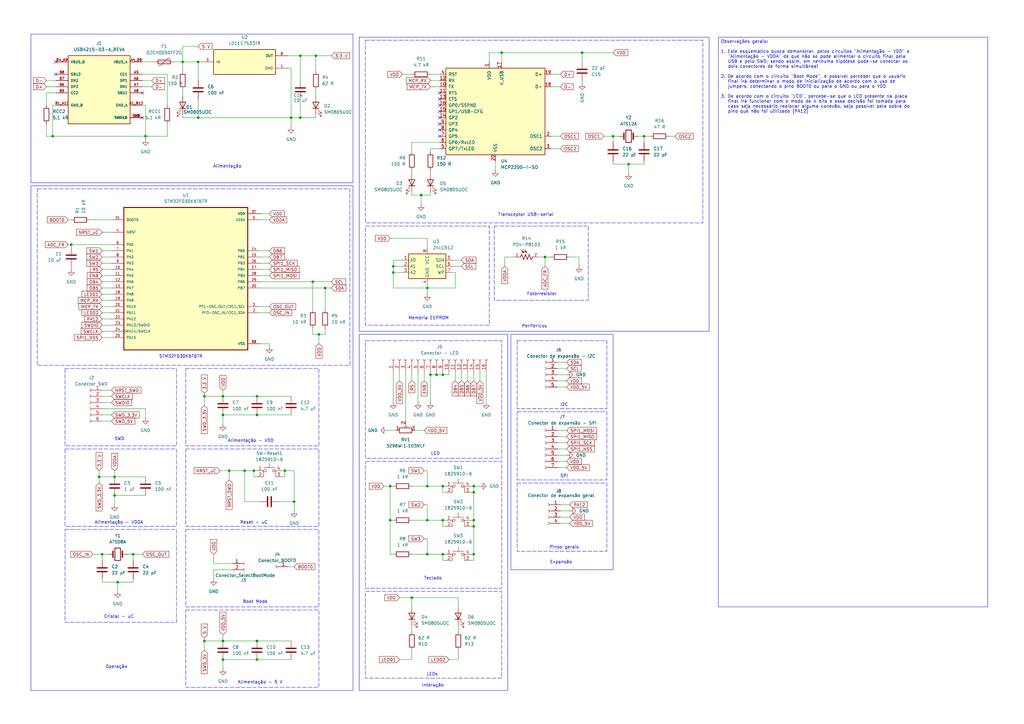
<source format=kicad_sch>
(kicad_sch (version 20241004) (generator "eeschema") (generator_version "8.99")
  (paper "A3")
  (rectangle (start 209.55 137.16) (end 251.46 233.68))
  (rectangle (start 149.86 242.57) (end 205.74 278.13) (stroke (width 0) (type dash)))
  (rectangle (start 26.67 151.13) (end 72.39 182.88) (stroke (width 0) (type dash)))
  (rectangle (start 149.86 92.71) (end 200.66 133.35) (stroke (width 0) (type dash)))
  (rectangle (start 12.7 13.97) (end 144.78 74.93))
  (rectangle (start 76.2 184.15) (end 130.81 215.9) (stroke (width 0) (type dash)))
  (rectangle (start 76.2 217.17) (end 130.81 248.92) (stroke (width 0) (type dash)))
  (rectangle (start 76.2 151.13) (end 130.81 182.88) (stroke (width 0) (type dash)))
  (rectangle (start 149.86 189.23) (end 205.74 241.3) (stroke (width 0) (type dash)))
  (rectangle (start 26.67 217.17) (end 72.39 255.27) (stroke (width 0) (type dash)))
  (rectangle (start 202.692 92.71) (end 241.3 123.19) (stroke (width 0) (type dash)))
  (rectangle (start 149.86 139.7) (end 205.74 187.96) (stroke (width 0) (type dash)))
  (rectangle (start 12.7 76.2) (end 144.78 283.21))
  (rectangle (start 212.09 168.91) (end 248.92 196.85) (stroke (width 0) (type dash)))
  (rectangle (start 149.86 16.51) (end 288.29 91.44) (stroke (width 0) (type dash)))
  (rectangle (start 212.09 139.7) (end 248.92 167.64) (stroke (width 0) (type dash)))
  (rectangle (start 26.67 184.15) (end 72.39 215.9) (stroke (width 0) (type dash)))
  (rectangle (start 212.09 198.12) (end 248.92 226.06) (stroke (width 0) (type dash)))
  (rectangle (start 76.2 250.19) (end 130.81 281.94) (stroke (width 0) (type dash)))
  (rectangle (start 147.32 137.16) (end 208.28 283.21))
  (rectangle (start 147.32 15.24) (end 290.83 135.89))
  (rectangle (start 15.24 77.47) (end 143.51 149.86) (stroke (width 0) (type dash)))
  (text "SPI" (at 231.394 195.326 0) (effects (font (size 1.27 1.27))))
  (text "Expansão" (at 230.124 230.632 0) (effects (font (size 1.27 1.27))))
  (text "Alimentação - VDDA" (at 48.768 214.376 0) (effects (font (size 1.27 1.27))))
  (text "Memória EEPROM" (at 175.768 130.556 0) (effects (font (size 1.27 1.27))))
  (text "Boot Mode" (at 104.648 246.888 0) (effects (font (size 1.27 1.27))))
  (text "Alimentação" (at 93.218 68.326 0) (effects (font (size 1.27 1.27))))
  (text "Operação" (at 47.752 273.558 0) (effects (font (size 1.27 1.27))))
  (text "Interação" (at 177.546 281.178 0) (effects (font (size 1.27 1.27))))
  (text "Pinos gerais" (at 231.394 224.536 0) (effects (font (size 1.27 1.27))))
  (text "Transceptor USB-serial" (at 215.646 88.138 0) (effects (font (size 1.27 1.27))))
  (text "Teclado" (at 177.546 237.236 0) (effects (font (size 1.27 1.27))))
  (text "STM32F030K6T6TR" (at 74.168 146.304 0) (effects (font (size 1.27 1.27))))
  (text "I2C" (at 231.394 166.116 0) (effects (font (size 1.27 1.27))))
  (text "Fotorresistor" (at 222.25 120.65 0) (effects (font (size 1.27 1.27))))
  (text "Cristal - uC" (at 48.768 252.984 0) (effects (font (size 1.27 1.27))))
  (text "Periféricos" (at 219.202 133.858 0) (effects (font (size 1.27 1.27))))
  (text "LEDs" (at 177.292 276.606 0) (effects (font (size 1.27 1.27))))
  (text "Reset - uC" (at 104.14 214.376 0) (effects (font (size 1.27 1.27))))
  (text "Alimentação - 5 V" (at 106.68 279.908 0) (effects (font (size 1.27 1.27))))
  (text "SWD" (at 49.022 180.086 0) (effects (font (size 1.27 1.27))))
  (text "LCD" (at 178.562 186.182 0) (effects (font (size 1.27 1.27))))
  (text "Alimentação - VDD" (at 102.87 180.848 0) (effects (font (size 1.27 1.27))))
  (text_box "Observações gerais:\n\n1. Este esquemático busca demonstrar, pelos circuitos \"Alimentação - VDD\" e\n   \"Alimentação - VDDA\" de que não se pode alimentar o circuito final pela \n   USB e pelo SWD, sendo assim, em nenhuma hipótese pode-se conectar os\n   dois conectores de forma simultânea!\n\n2. De acordo com o circuito \"Boot Mode\", é possível perceber que o usuário\n   final irá determinar o modo de inicialização de acordo com o uso de\n   jumpers, conectando o pino BOOT0 ou para o GND ou para o VDD\n\n3. De acordo com o circuito \"LCD\", percebe-se que o LCD presente na placa\n   final irá funcionar com o modo de 4 bits e essa decisão foi tomada para\n   caso seja necessário realocar alguma conexão, seja possível pela sobra do\n   pino que não foi utilizado (PA12)\n\n" (at 294.64 15.24 0) (size 110.49 233.68) (margins 0.9525 0.9525 0.9525 0.9525) (effects (font (size 1.27 1.27)) (justify left top)))
  (junction (at 91.44 162.56))
  (junction (at 100.33 193.04))
  (junction (at 160.02 199.39))
  (junction (at 105.41 262.89))
  (junction (at 91.44 270.51))
  (junction (at 251.46 55.88))
  (junction (at 161.29 109.22))
  (junction (at 46.99 195.58))
  (junction (at 175.26 118.11))
  (junction (at 54.61 227.33))
  (junction (at 172.72 80.01))
  (junction (at 123.19 48.26))
  (junction (at 194.31 199.39))
  (junction (at 130.81 137.16))
  (junction (at 181.61 153.67))
  (junction (at 74.93 25.4))
  (junction (at 194.31 227.33))
  (junction (at 116.84 193.04))
  (junction (at 194.31 215.9))
  (junction (at 81.28 25.4))
  (junction (at 48.26 238.76))
  (junction (at 264.16 55.88))
  (junction (at 205.74 21.59))
  (junction (at 105.41 162.56))
  (junction (at 160.02 213.36))
  (junction (at 175.26 199.39))
  (junction (at 161.29 111.76))
  (junction (at 176.53 153.67))
  (junction (at 105.41 170.18))
  (junction (at 59.69 55.88))
  (junction (at 83.82 162.56))
  (junction (at 181.61 227.33))
  (junction (at 91.44 170.18))
  (junction (at 194.31 213.36))
  (junction (at 105.41 270.51))
  (junction (at 104.14 193.04))
  (junction (at 93.98 193.04))
  (junction (at 120.65 205.74))
  (junction (at 129.54 22.86))
  (junction (at 181.61 199.39))
  (junction (at 119.38 48.26))
  (junction (at 46.99 203.2))
  (junction (at 175.26 227.33))
  (junction (at 223.52 105.41))
  (junction (at 168.91 245.11))
  (junction (at 29.21 100.33))
  (junction (at 175.26 213.36))
  (junction (at 194.31 201.93))
  (junction (at 238.76 21.59))
  (junction (at 133.35 118.11))
  (junction (at 91.44 262.89))
  (junction (at 179.07 153.67))
  (junction (at 181.61 213.36))
  (junction (at 123.19 22.86))
  (junction (at 81.28 48.26))
  (junction (at 83.82 262.89))
  (junction (at 257.81 67.31))
  (junction (at 21.59 55.88))
  (junction (at 40.64 195.58))
  (junction (at 128.27 115.57))
  (junction (at 41.91 227.33))
  (no_connect (at 180.34 45.72))
  (no_connect (at 180.34 38.1))
  (no_connect (at 58.42 38.1))
  (no_connect (at 180.34 50.8))
  (no_connect (at 58.42 48.26))
  (no_connect (at 180.34 43.18))
  (no_connect (at 180.34 48.26))
  (no_connect (at 180.34 40.64))
  (no_connect (at 22.86 30.48))
  (no_connect (at 180.34 53.34))
  (no_connect (at 180.34 55.88))
  (no_connect (at 22.86 25.4))
  (wire (pts (xy 59.69 43.18) (xy 58.42 43.18)))
  (wire (pts (xy 193.04 199.39) (xy 194.31 199.39)))
  (wire (pts (xy 19.05 33.02) (xy 22.86 33.02)))
  (wire (pts (xy 257.81 67.31) (xy 264.16 67.31)))
  (wire (pts (xy 161.29 106.68) (xy 161.29 109.22)))
  (wire (pts (xy 251.46 55.88) (xy 251.46 58.42)))
  (wire (pts (xy 203.2 66.04) (xy 203.2 69.85)))
  (wire (pts (xy 128.27 137.16) (xy 130.81 137.16)))
  (wire (pts (xy 91.44 170.18) (xy 105.41 170.18)))
  (wire (pts (xy 38.1 227.33) (xy 41.91 227.33)))
  (wire (pts (xy 184.15 270.51) (xy 187.96 270.51)))
  (wire (pts (xy 179.07 153.67) (xy 176.53 153.67)))
  (wire (pts (xy 105.41 262.89) (xy 119.38 262.89)))
  (wire (pts (xy 19.05 43.18) (xy 19.05 38.1)))
  (wire (pts (xy 187.96 248.92) (xy 187.96 245.11)))
  (wire (pts (xy 41.91 102.87) (xy 45.72 102.87)))
  (wire (pts (xy 29.21 100.33) (xy 29.21 101.6)))
  (wire (pts (xy 48.26 238.76) (xy 54.61 238.76)))
  (wire (pts (xy 41.91 107.95) (xy 45.72 107.95)))
  (wire (pts (xy 251.46 55.88) (xy 254 55.88)))
  (wire (pts (xy 264.16 67.31) (xy 264.16 66.04)))
  (wire (pts (xy 176.53 62.23) (xy 176.53 60.96)))
  (wire (pts (xy 22.86 43.18) (xy 21.59 43.18)))
  (wire (pts (xy 91.44 262.89) (xy 105.41 262.89)))
  (wire (pts (xy 251.46 66.04) (xy 251.46 67.31)))
  (wire (pts (xy 19.05 35.56) (xy 22.86 35.56)))
  (wire (pts (xy 274.32 55.88) (xy 276.86 55.88)))
  (wire (pts (xy 168.91 58.42) (xy 180.34 58.42)))
  (wire (pts (xy 176.53 165.1) (xy 176.53 153.67)))
  (wire (pts (xy 191.77 156.21) (xy 191.77 152.4)))
  (wire (pts (xy 181.61 153.67) (xy 179.07 153.67)))
  (wire (pts (xy 106.68 118.11) (xy 133.35 118.11)))
  (wire (pts (xy 133.35 134.62) (xy 133.35 137.16)))
  (wire (pts (xy 46.99 193.04) (xy 46.99 195.58)))
  (wire (pts (xy 229.87 30.48) (xy 226.06 30.48)))
  (wire (pts (xy 29.21 109.22) (xy 29.21 110.49)))
  (wire (pts (xy 181.61 213.36) (xy 182.88 213.36)))
  (wire (pts (xy 106.68 90.17) (xy 110.49 90.17)))
  (wire (pts (xy 194.31 213.36) (xy 194.31 215.9)))
  (wire (pts (xy 179.07 152.4) (xy 179.07 153.67)))
  (wire (pts (xy 110.49 142.24) (xy 110.49 140.97)))
  (wire (pts (xy 181.61 227.33) (xy 182.88 227.33)))
  (wire (pts (xy 176.53 33.02) (xy 180.34 33.02)))
  (wire (pts (xy 168.91 213.36) (xy 175.26 213.36)))
  (wire (pts (xy 93.98 193.04) (xy 93.98 196.85)))
  (wire (pts (xy 106.68 128.27) (xy 110.49 128.27)))
  (wire (pts (xy 187.96 266.7) (xy 187.96 270.51)))
  (wire (pts (xy 46.99 203.2) (xy 59.69 203.2)))
  (wire (pts (xy 182.88 215.9) (xy 181.61 215.9)))
  (wire (pts (xy 223.52 109.22) (xy 223.52 105.41)))
  (wire (pts (xy 74.93 36.83) (xy 74.93 39.37)))
  (wire (pts (xy 83.82 266.7) (xy 83.82 262.89)))
  (wire (pts (xy 115.57 193.04) (xy 116.84 193.04)))
  (wire (pts (xy 118.11 232.41) (xy 120.65 232.41)))
  (wire (pts (xy 210.82 105.41) (xy 207.01 105.41)))
  (wire (pts (xy 172.72 80.01) (xy 172.72 83.82)))
  (wire (pts (xy 194.31 201.93) (xy 194.31 213.36)))
  (wire (pts (xy 116.84 195.58) (xy 116.84 193.04)))
  (wire (pts (xy 232.41 148.59) (xy 228.6 148.59)))
  (wire (pts (xy 175.26 227.33) (xy 181.61 227.33)))
  (wire (pts (xy 119.38 48.26) (xy 119.38 52.07)))
  (wire (pts (xy 186.69 156.21) (xy 186.69 152.4)))
  (wire (pts (xy 161.29 213.36) (xy 160.02 213.36)))
  (wire (pts (xy 130.81 140.97) (xy 130.81 137.16)))
  (wire (pts (xy 165.1 109.22) (xy 161.29 109.22)))
  (wire (pts (xy 176.53 35.56) (xy 180.34 35.56)))
  (wire (pts (xy 264.16 55.88) (xy 264.16 58.42)))
  (wire (pts (xy 161.29 227.33) (xy 160.02 227.33)))
  (wire (pts (xy 129.54 36.83) (xy 129.54 39.37)))
  (wire (pts (xy 59.69 171.45) (xy 59.69 167.64)))
  (wire (pts (xy 129.54 22.86) (xy 135.89 22.86)))
  (wire (pts (xy 128.27 134.62) (xy 128.27 137.16)))
  (wire (pts (xy 110.49 105.41) (xy 106.68 105.41)))
  (wire (pts (xy 104.14 193.04) (xy 105.41 193.04)))
  (wire (pts (xy 129.54 22.86) (xy 129.54 29.21)))
  (wire (pts (xy 106.68 87.63) (xy 110.49 87.63)))
  (wire (pts (xy 81.28 40.64) (xy 81.28 48.26)))
  (wire (pts (xy 168.91 156.21) (xy 168.91 152.4)))
  (wire (pts (xy 233.68 105.41) (xy 237.49 105.41)))
  (wire (pts (xy 90.17 193.04) (xy 93.98 193.04)))
  (wire (pts (xy 114.3 205.74) (xy 120.65 205.74)))
  (wire (pts (xy 91.44 260.35) (xy 91.44 262.89)))
  (wire (pts (xy 123.19 40.64) (xy 123.19 48.26)))
  (wire (pts (xy 168.91 71.12) (xy 168.91 69.85)))
  (wire (pts (xy 81.28 48.26) (xy 119.38 48.26)))
  (wire (pts (xy 106.68 115.57) (xy 128.27 115.57)))
  (wire (pts (xy 229.87 60.96) (xy 226.06 60.96)))
  (wire (pts (xy 161.29 165.1) (xy 161.29 152.4)))
  (wire (pts (xy 68.58 30.48) (xy 68.58 43.18)))
  (wire (pts (xy 194.31 227.33) (xy 194.31 229.87)))
  (wire (pts (xy 21.59 55.88) (xy 59.69 55.88)))
  (wire (pts (xy 81.28 25.4) (xy 82.55 25.4)))
  (wire (pts (xy 41.91 95.25) (xy 45.72 95.25)))
  (wire (pts (xy 91.44 162.56) (xy 105.41 162.56)))
  (wire (pts (xy 181.61 152.4) (xy 181.61 153.67)))
  (wire (pts (xy 123.19 48.26) (xy 129.54 48.26)))
  (wire (pts (xy 189.23 109.22) (xy 185.42 109.22)))
  (wire (pts (xy 176.53 60.96) (xy 180.34 60.96)))
  (wire (pts (xy 54.61 227.33) (xy 54.61 229.87)))
  (wire (pts (xy 233.68 209.55) (xy 229.87 209.55)))
  (wire (pts (xy 168.91 245.11) (xy 168.91 248.92)))
  (wire (pts (xy 175.26 213.36) (xy 181.61 213.36)))
  (wire (pts (xy 173.99 193.04) (xy 175.26 193.04)))
  (wire (pts (xy 119.38 27.94) (xy 119.38 48.26)))
  (wire (pts (xy 175.26 116.84) (xy 175.26 118.11)))
  (wire (pts (xy 232.41 153.67) (xy 228.6 153.67)))
  (wire (pts (xy 232.41 151.13) (xy 228.6 151.13)))
  (wire (pts (xy 45.72 170.18) (xy 41.91 170.18)))
  (wire (pts (xy 205.74 21.59) (xy 238.76 21.59)))
  (wire (pts (xy 233.68 212.09) (xy 229.87 212.09)))
  (wire (pts (xy 233.68 214.63) (xy 229.87 214.63)))
  (wire (pts (xy 187.96 245.11) (xy 168.91 245.11)))
  (wire (pts (xy 119.38 48.26) (xy 123.19 48.26)))
  (wire (pts (xy 45.72 172.72) (xy 41.91 172.72)))
  (wire (pts (xy 45.72 165.1) (xy 41.91 165.1)))
  (wire (pts (xy 41.91 110.49) (xy 45.72 110.49)))
  (wire (pts (xy 110.49 113.03) (xy 106.68 113.03)))
  (wire (pts (xy 173.99 220.98) (xy 175.26 220.98)))
  (wire (pts (xy 100.33 193.04) (xy 104.14 193.04)))
  (wire (pts (xy 199.39 165.1) (xy 199.39 152.4)))
  (wire (pts (xy 175.26 193.04) (xy 175.26 199.39)))
  (wire (pts (xy 229.87 35.56) (xy 226.06 35.56)))
  (wire (pts (xy 166.37 152.4) (xy 166.37 172.72)))
  (wire (pts (xy 41.91 115.57) (xy 45.72 115.57)))
  (wire (pts (xy 175.26 118.11) (xy 175.26 120.65)))
  (wire (pts (xy 194.31 215.9) (xy 194.31 227.33)))
  (wire (pts (xy 182.88 229.87) (xy 181.61 229.87)))
  (wire (pts (xy 200.66 21.59) (xy 205.74 21.59)))
  (wire (pts (xy 200.66 25.4) (xy 200.66 21.59)))
  (wire (pts (xy 118.11 27.94) (xy 119.38 27.94)))
  (wire (pts (xy 74.93 25.4) (xy 74.93 29.21)))
  (wire (pts (xy 74.93 19.05) (xy 74.93 25.4)))
  (wire (pts (xy 71.12 25.4) (xy 74.93 25.4)))
  (wire (pts (xy 41.91 105.41) (xy 45.72 105.41)))
  (wire (pts (xy 19.05 55.88) (xy 21.59 55.88)))
  (wire (pts (xy 181.61 201.93) (xy 181.61 199.39)))
  (wire (pts (xy 58.42 30.48) (xy 68.58 30.48)))
  (wire (pts (xy 41.91 130.81) (xy 45.72 130.81)))
  (wire (pts (xy 106.68 125.73) (xy 110.49 125.73)))
  (wire (pts (xy 19.05 38.1) (xy 22.86 38.1)))
  (wire (pts (xy 87.63 237.49) (xy 87.63 233.68)))
  (wire (pts (xy 251.46 67.31) (xy 257.81 67.31)))
  (wire (pts (xy 161.29 118.11) (xy 175.26 118.11)))
  (wire (pts (xy 175.26 220.98) (xy 175.26 227.33)))
  (wire (pts (xy 163.83 245.11) (xy 168.91 245.11)))
  (wire (pts (xy 62.23 35.56) (xy 58.42 35.56)))
  (wire (pts (xy 165.1 111.76) (xy 161.29 111.76)))
  (wire (pts (xy 232.41 184.15) (xy 228.6 184.15)))
  (wire (pts (xy 110.49 110.49) (xy 106.68 110.49)))
  (wire (pts (xy 106.68 205.74) (xy 100.33 205.74)))
  (wire (pts (xy 168.91 266.7) (xy 168.91 270.51)))
  (wire (pts (xy 160.02 199.39) (xy 161.29 199.39)))
  (wire (pts (xy 116.84 193.04) (xy 120.65 193.04)))
  (wire (pts (xy 110.49 140.97) (xy 106.68 140.97)))
  (wire (pts (xy 160.02 97.79) (xy 175.26 97.79)))
  (wire (pts (xy 160.02 213.36) (xy 160.02 199.39)))
  (wire (pts (xy 161.29 111.76) (xy 161.29 118.11)))
  (wire (pts (xy 95.25 231.14) (xy 87.63 231.14)))
  (wire (pts (xy 83.82 162.56) (xy 91.44 162.56)))
  (wire (pts (xy 120.65 209.55) (xy 120.65 205.74)))
  (wire (pts (xy 186.69 111.76) (xy 186.69 118.11)))
  (wire (pts (xy 193.04 215.9) (xy 194.31 215.9)))
  (wire (pts (xy 175.26 101.6) (xy 175.26 97.79)))
  (wire (pts (xy 176.53 71.12) (xy 176.53 69.85)))
  (wire (pts (xy 110.49 102.87) (xy 106.68 102.87)))
  (wire (pts (xy 168.91 199.39) (xy 175.26 199.39)))
  (wire (pts (xy 91.44 173.99) (xy 91.44 170.18)))
  (wire (pts (xy 181.61 229.87) (xy 181.61 227.33)))
  (wire (pts (xy 41.91 227.33) (xy 41.91 229.87)))
  (wire (pts (xy 175.26 118.11) (xy 186.69 118.11)))
  (wire (pts (xy 52.07 227.33) (xy 54.61 227.33)))
  (wire (pts (xy 173.99 176.53) (xy 170.18 176.53)))
  (wire (pts (xy 45.72 160.02) (xy 41.91 160.02)))
  (wire (pts (xy 189.23 106.68) (xy 185.42 106.68)))
  (wire (pts (xy 238.76 34.29) (xy 238.76 33.02)))
  (wire (pts (xy 58.42 25.4) (xy 63.5 25.4)))
  (wire (pts (xy 158.75 176.53) (xy 162.56 176.53)))
  (wire (pts (xy 181.61 199.39) (xy 182.88 199.39)))
  (wire (pts (xy 100.33 205.74) (xy 100.33 193.04)))
  (wire (pts (xy 173.99 156.21) (xy 173.99 152.4)))
  (wire (pts (xy 223.52 105.41) (xy 220.98 105.41)))
  (wire (pts (xy 81.28 48.26) (xy 74.93 48.26)))
  (wire (pts (xy 229.87 55.88) (xy 226.06 55.88)))
  (wire (pts (xy 74.93 46.99) (xy 74.93 48.26)))
  (wire (pts (xy 105.41 162.56) (xy 119.38 162.56)))
  (wire (pts (xy 130.81 137.16) (xy 133.35 137.16)))
  (wire (pts (xy 181.61 215.9) (xy 181.61 213.36)))
  (wire (pts (xy 41.91 227.33) (xy 44.45 227.33)))
  (wire (pts (xy 83.82 166.37) (xy 83.82 162.56)))
  (wire (pts (xy 165.1 106.68) (xy 161.29 106.68)))
  (wire (pts (xy 247.65 55.88) (xy 251.46 55.88)))
  (wire (pts (xy 54.61 227.33) (xy 58.42 227.33)))
  (wire (pts (xy 163.83 270.51) (xy 168.91 270.51)))
  (wire (pts (xy 257.81 71.12) (xy 257.81 67.31)))
  (wire (pts (xy 41.91 118.11) (xy 45.72 118.11)))
  (wire (pts (xy 232.41 189.23) (xy 228.6 189.23)))
  (wire (pts (xy 105.41 270.51) (xy 119.38 270.51)))
  (wire (pts (xy 226.06 105.41) (xy 223.52 105.41)))
  (wire (pts (xy 232.41 156.21) (xy 228.6 156.21)))
  (wire (pts (xy 45.72 162.56) (xy 41.91 162.56)))
  (wire (pts (xy 171.45 165.1) (xy 171.45 152.4)))
  (wire (pts (xy 91.44 274.32) (xy 91.44 270.51)))
  (wire (pts (xy 45.72 100.33) (xy 29.21 100.33)))
  (wire (pts (xy 87.63 233.68) (xy 95.25 233.68)))
  (wire (pts (xy 41.91 138.43) (xy 45.72 138.43)))
  (wire (pts (xy 41.91 120.65) (xy 45.72 120.65)))
  (wire (pts (xy 81.28 19.05) (xy 74.93 19.05)))
  (wire (pts (xy 176.53 30.48) (xy 180.34 30.48)))
  (wire (pts (xy 62.23 33.02) (xy 58.42 33.02)))
  (wire (pts (xy 115.57 195.58) (xy 116.84 195.58)))
  (wire (pts (xy 184.15 152.4) (xy 184.15 153.67)))
  (wire (pts (xy 182.88 201.93) (xy 181.61 201.93)))
  (wire (pts (xy 232.41 186.69) (xy 228.6 186.69)))
  (wire (pts (xy 105.41 195.58) (xy 104.14 195.58)))
  (wire (pts (xy 27.94 100.33) (xy 29.21 100.33)))
  (wire (pts (xy 54.61 238.76) (xy 54.61 237.49)))
  (wire (pts (xy 128.27 115.57) (xy 135.89 115.57)))
  (wire (pts (xy 185.42 111.76) (xy 186.69 111.76)))
  (wire (pts (xy 21.59 43.18) (xy 21.59 55.88)))
  (wire (pts (xy 87.63 227.33) (xy 87.63 231.14)))
  (wire (pts (xy 110.49 107.95) (xy 106.68 107.95)))
  (wire (pts (xy 176.53 153.67) (xy 176.53 152.4)))
  (wire (pts (xy 238.76 25.4) (xy 238.76 21.59)))
  (wire (pts (xy 118.11 22.86) (xy 123.19 22.86)))
  (wire (pts (xy 129.54 46.99) (xy 129.54 48.26)))
  (wire (pts (xy 193.04 201.93) (xy 194.31 201.93)))
  (wire (pts (xy 194.31 156.21) (xy 194.31 152.4)))
  (wire (pts (xy 163.83 156.21) (xy 163.83 152.4)))
  (wire (pts (xy 83.82 162.56) (xy 83.82 161.29)))
  (wire (pts (xy 59.69 55.88) (xy 59.69 43.18)))
  (wire (pts (xy 207.01 105.41) (xy 207.01 109.22)))
  (wire (pts (xy 184.15 153.67) (xy 181.61 153.67)))
  (wire (pts (xy 104.14 195.58) (xy 104.14 193.04)))
  (wire (pts (xy 165.1 30.48) (xy 168.91 30.48)))
  (wire (pts (xy 133.35 127) (xy 133.35 118.11)))
  (wire (pts (xy 59.69 167.64) (xy 41.91 167.64)))
  (wire (pts (xy 233.68 207.01) (xy 229.87 207.01)))
  (wire (pts (xy 193.04 213.36) (xy 194.31 213.36)))
  (wire (pts (xy 168.91 62.23) (xy 168.91 58.42)))
  (wire (pts (xy 232.41 181.61) (xy 228.6 181.61)))
  (wire (pts (xy 59.69 57.15) (xy 59.69 55.88)))
  (wire (pts (xy 48.26 242.57) (xy 48.26 238.76)))
  (wire (pts (xy 41.91 128.27) (xy 45.72 128.27)))
  (wire (pts (xy 41.91 123.19) (xy 45.72 123.19)))
  (wire (pts (xy 168.91 80.01) (xy 172.72 80.01)))
  (wire (pts (xy 193.04 229.87) (xy 194.31 229.87)))
  (wire (pts (xy 46.99 195.58) (xy 59.69 195.58)))
  (wire (pts (xy 261.62 55.88) (xy 264.16 55.88)))
  (wire (pts (xy 160.02 227.33) (xy 160.02 213.36)))
  (wire (pts (xy 157.48 199.39) (xy 160.02 199.39)))
  (wire (pts (xy 194.31 201.93) (xy 194.31 199.39)))
  (wire (pts (xy 41.91 237.49) (xy 41.91 238.76)))
  (wire (pts (xy 91.44 160.02) (xy 91.44 162.56)))
  (wire (pts (xy 168.91 78.74) (xy 168.91 80.01)))
  (wire (pts (xy 91.44 270.51) (xy 105.41 270.51)))
  (wire (pts (xy 83.82 262.89) (xy 83.82 261.62)))
  (wire (pts (xy 40.64 195.58) (xy 46.99 195.58)))
  (wire (pts (xy 123.19 22.86) (xy 123.19 33.02)))
  (wire (pts (xy 93.98 193.04) (xy 100.33 193.04)))
  (wire (pts (xy 168.91 227.33) (xy 175.26 227.33)))
  (wire (pts (xy 232.41 179.07) (xy 228.6 179.07)))
  (wire (pts (xy 173.99 207.01) (xy 175.26 207.01)))
  (wire (pts (xy 36.83 90.17) (xy 45.72 90.17)))
  (wire (pts (xy 232.41 158.75) (xy 228.6 158.75)))
  (wire (pts (xy 232.41 191.77) (xy 228.6 191.77)))
  (wire (pts (xy 68.58 50.8) (xy 68.58 55.88)))
  (wire (pts (xy 193.04 227.33) (xy 194.31 227.33)))
  (wire (pts (xy 123.19 22.86) (xy 129.54 22.86)))
  (wire (pts (xy 175.26 207.01) (xy 175.26 213.36)))
  (wire (pts (xy 27.94 90.17) (xy 29.21 90.17)))
  (wire (pts (xy 238.76 21.59) (xy 251.46 21.59)))
  (wire (pts (xy 205.74 25.4) (xy 205.74 21.59)))
  (wire (pts (xy 40.64 195.58) (xy 40.64 193.04)))
  (wire (pts (xy 41.91 135.89) (xy 45.72 135.89)))
  (wire (pts (xy 237.49 105.41) (xy 237.49 109.22)))
  (wire (pts (xy 41.91 133.35) (xy 45.72 133.35)))
  (wire (pts (xy 120.65 205.74) (xy 120.65 193.04)))
  (wire (pts (xy 74.93 25.4) (xy 81.28 25.4)))
  (wire (pts (xy 194.31 199.39) (xy 196.85 199.39)))
  (wire (pts (xy 40.64 198.12) (xy 40.64 195.58)))
  (wire (pts (xy 264.16 55.88) (xy 266.7 55.88)))
  (wire (pts (xy 133.35 118.11) (xy 135.89 118.11)))
  (wire (pts (xy 41.91 238.76) (xy 48.26 238.76)))
  (wire (pts (xy 168.91 259.08) (xy 168.91 256.54)))
  (wire (pts (xy 46.99 207.01) (xy 46.99 203.2)))
  (wire (pts (xy 83.82 262.89) (xy 91.44 262.89)))
  (wire (pts (xy 189.23 156.21) (xy 189.23 152.4)))
  (wire (pts (xy 68.58 55.88) (xy 59.69 55.88)))
  (wire (pts (xy 161.29 109.22) (xy 161.29 111.76)))
  (wire (pts (xy 41.91 113.03) (xy 45.72 113.03)))
  (wire (pts (xy 232.41 176.53) (xy 228.6 176.53)))
  (wire (pts (xy 187.96 259.08) (xy 187.96 256.54)))
  (wire (pts (xy 41.91 125.73) (xy 45.72 125.73)))
  (wire (pts (xy 81.28 25.4) (xy 81.28 33.02)))
  (wire (pts (xy 196.85 156.21) (xy 196.85 152.4)))
  (wire (pts (xy 176.53 78.74) (xy 176.53 80.01)))
  (wire (pts (xy 172.72 80.01) (xy 176.53 80.01)))
  (wire (pts (xy 128.27 127) (xy 128.27 115.57)))
  (wire (pts (xy 105.41 170.18) (xy 119.38 170.18)))
  (wire (pts (xy 19.05 50.8) (xy 19.05 55.88)))
  (wire (pts (xy 175.26 199.39) (xy 181.61 199.39)))
  (global_label "SWD_3.3V" (shape input) (at 40.64 198.12 270) (property "Intersheetrefs" "${INTERSHEET_REFS}" (effects (hide yes))))
  (global_label "D-" (shape input) (at 62.23 35.56 0) (property "Intersheetrefs" "${INTERSHEET_REFS}" (effects (hide yes))))
  (global_label "MCP_RX" (shape input) (at 176.53 33.02 180) (property "Intersheetrefs" "${INTERSHEET_REFS}" (effects (hide yes))))
  (global_label "NRST_SWD" (shape input) (at 45.72 160.02 0) (property "Intersheetrefs" "${INTERSHEET_REFS}" (effects (hide yes))))
  (global_label "LED01" (shape input) (at 163.83 270.51 180) (property "Intersheetrefs" "${INTERSHEET_REFS}" (effects (hide yes))))
  (global_label "VDD" (shape input) (at 163.83 245.11 180) (property "Intersheetrefs" "${INTERSHEET_REFS}" (effects (hide yes))))
  (global_label "SW2" (shape input) (at 41.91 105.41 180) (property "Intersheetrefs" "${INTERSHEET_REFS}" (effects (hide yes))))
  (global_label "SWCLK" (shape input) (at 45.72 162.56 0) (property "Intersheetrefs" "${INTERSHEET_REFS}" (effects (hide yes))))
  (global_label "SDA" (shape input) (at 232.41 148.59 0) (property "Intersheetrefs" "${INTERSHEET_REFS}" (effects (hide yes))))
  (global_label "VDD_5V" (shape input) (at 232.41 158.75 0) (property "Intersheetrefs" "${INTERSHEET_REFS}" (effects (hide yes))))
  (global_label "VDD" (shape input) (at 251.46 21.59 0) (property "Intersheetrefs" "${INTERSHEET_REFS}" (effects (hide yes))))
  (global_label "OSC_IN" (shape input) (at 110.49 128.27 0) (property "Intersheetrefs" "${INTERSHEET_REFS}" (effects (hide yes))))
  (global_label "SW3" (shape input) (at 173.99 220.98 180) (property "Intersheetrefs" "${INTERSHEET_REFS}" (effects (hide yes))))
  (global_label "MCP_TX" (shape input) (at 41.91 125.73 180) (property "Intersheetrefs" "${INTERSHEET_REFS}" (effects (hide yes))))
  (global_label "3.3 V" (shape input) (at 83.82 161.29 90) (property "Intersheetrefs" "${INTERSHEET_REFS}" (effects (hide yes))))
  (global_label "SCL" (shape input) (at 135.89 115.57 0) (property "Intersheetrefs" "${INTERSHEET_REFS}" (effects (hide yes))))
  (global_label "VDD_5V" (shape input) (at 173.99 176.53 0) (property "Intersheetrefs" "${INTERSHEET_REFS}" (effects (hide yes))))
  (global_label "SW1" (shape input) (at 41.91 102.87 180) (property "Intersheetrefs" "${INTERSHEET_REFS}" (effects (hide yes))))
  (global_label "D+" (shape input) (at 229.87 30.48 0) (property "Intersheetrefs" "${INTERSHEET_REFS}" (effects (hide yes))))
  (global_label "SWD_5V" (shape input) (at 83.82 266.7 270) (property "Intersheetrefs" "${INTERSHEET_REFS}" (effects (hide yes))))
  (global_label "5 V" (shape input) (at 83.82 261.62 90) (property "Intersheetrefs" "${INTERSHEET_REFS}" (effects (hide yes))))
  (global_label "LED02" (shape input) (at 41.91 128.27 180) (property "Intersheetrefs" "${INTERSHEET_REFS}" (effects (hide yes))))
  (global_label "DB5" (shape input) (at 41.91 118.11 180) (property "Intersheetrefs" "${INTERSHEET_REFS}" (effects (hide yes))))
  (global_label "OSC_OUT" (shape input) (at 110.49 125.73 0) (property "Intersheetrefs" "${INTERSHEET_REFS}" (effects (hide yes))))
  (global_label "OSC1" (shape input) (at 247.65 55.88 180) (property "Intersheetrefs" "${INTERSHEET_REFS}" (effects (hide yes))))
  (global_label "SPI1_NSS" (shape input) (at 41.91 138.43 180) (property "Intersheetrefs" "${INTERSHEET_REFS}" (effects (hide yes))))
  (global_label "SWD_3.3V" (shape input) (at 45.72 170.18 0) (property "Intersheetrefs" "${INTERSHEET_REFS}" (effects (hide yes))))
  (global_label "ADC_FR" (shape input) (at 27.94 100.33 180) (property "Intersheetrefs" "${INTERSHEET_REFS}" (effects (hide yes))))
  (global_label "PA12" (shape input) (at 41.91 130.81 180) (property "Intersheetrefs" "${INTERSHEET_REFS}" (effects (hide yes))))
  (global_label "SW2" (shape input) (at 173.99 207.01 180) (property "Intersheetrefs" "${INTERSHEET_REFS}" (effects (hide yes))))
  (global_label "ADC_FR" (shape input) (at 223.52 109.22 270) (property "Intersheetrefs" "${INTERSHEET_REFS}" (effects (hide yes))))
  (global_label "VDD" (shape input) (at 110.49 87.63 0) (property "Intersheetrefs" "${INTERSHEET_REFS}" (effects (hide yes))))
  (global_label "SPI1_MISO" (shape input) (at 110.49 110.49 0) (property "Intersheetrefs" "${INTERSHEET_REFS}" (effects (hide yes))))
  (global_label "SPI1_MOSI" (shape input) (at 110.49 113.03 0) (property "Intersheetrefs" "${INTERSHEET_REFS}" (effects (hide yes))))
  (global_label "SW1" (shape input) (at 173.99 193.04 180) (property "Intersheetrefs" "${INTERSHEET_REFS}" (effects (hide yes))))
  (global_label "DB6" (shape input) (at 110.49 102.87 0) (property "Intersheetrefs" "${INTERSHEET_REFS}" (effects (hide yes))))
  (global_label "SDA" (shape input) (at 189.23 106.68 0) (property "Intersheetrefs" "${INTERSHEET_REFS}" (effects (hide yes))))
  (global_label "SW3" (shape input) (at 41.91 107.95 180) (property "Intersheetrefs" "${INTERSHEET_REFS}" (effects (hide yes))))
  (global_label "OSC2" (shape input) (at 229.87 60.96 0) (property "Intersheetrefs" "${INTERSHEET_REFS}" (effects (hide yes))))
  (global_label "VDD" (shape input) (at 157.48 199.39 180) (property "Intersheetrefs" "${INTERSHEET_REFS}" (effects (hide yes))))
  (global_label "LED01" (shape input) (at 41.91 120.65 180) (property "Intersheetrefs" "${INTERSHEET_REFS}" (effects (hide yes))))
  (global_label "VDD" (shape input) (at 232.41 189.23 0) (property "Intersheetrefs" "${INTERSHEET_REFS}" (effects (hide yes))))
  (global_label "SWD_5V" (shape input) (at 45.72 172.72 0) (property "Intersheetrefs" "${INTERSHEET_REFS}" (effects (hide yes))))
  (global_label "VDDA" (shape input) (at 46.99 193.04 90) (property "Intersheetrefs" "${INTERSHEET_REFS}" (effects (hide yes))))
  (global_label "OSC2" (shape input) (at 276.86 55.88 0) (property "Intersheetrefs" "${INTERSHEET_REFS}" (effects (hide yes))))
  (global_label "5 V" (shape input) (at 81.28 19.05 0) (property "Intersheetrefs" "${INTERSHEET_REFS}" (effects (hide yes))))
  (global_label "VDD" (shape input) (at 130.81 140.97 270) (property "Intersheetrefs" "${INTERSHEET_REFS}" (effects (hide yes))))
  (global_label "VDD_5V" (shape input) (at 196.85 156.21 270) (property "Intersheetrefs" "${INTERSHEET_REFS}" (effects (hide yes))))
  (global_label "VDD_5V" (shape input) (at 91.44 260.35 90) (property "Intersheetrefs" "${INTERSHEET_REFS}" (effects (hide yes))))
  (global_label "SDA" (shape input) (at 135.89 118.11 0) (property "Intersheetrefs" "${INTERSHEET_REFS}" (effects (hide yes))))
  (global_label "NRST_uC" (shape input) (at 90.17 193.04 180) (property "Intersheetrefs" "${INTERSHEET_REFS}" (effects (hide yes))))
  (global_label "DB4" (shape input) (at 41.91 115.57 180) (property "Intersheetrefs" "${INTERSHEET_REFS}" (effects (hide yes))))
  (global_label "D+" (shape input) (at 62.23 33.02 0) (property "Intersheetrefs" "${INTERSHEET_REFS}" (effects (hide yes))))
  (global_label "DB5" (shape input) (at 189.23 156.21 270) (property "Intersheetrefs" "${INTERSHEET_REFS}" (effects (hide yes))))
  (global_label "SPI1_MOSI" (shape input) (at 232.41 176.53 0) (property "Intersheetrefs" "${INTERSHEET_REFS}" (effects (hide yes))))
  (global_label "VDD" (shape input) (at 91.44 160.02 90) (property "Intersheetrefs" "${INTERSHEET_REFS}" (effects (hide yes))))
  (global_label "VDD" (shape input) (at 160.02 97.79 180) (property "Intersheetrefs" "${INTERSHEET_REFS}" (effects (hide yes))))
  (global_label "VDD_5V" (shape input) (at 233.68 214.63 0) (property "Intersheetrefs" "${INTERSHEET_REFS}" (effects (hide yes))))
  (global_label "SPI1_SCK" (shape input) (at 110.49 107.95 0) (property "Intersheetrefs" "${INTERSHEET_REFS}" (effects (hide yes))))
  (global_label "VDD_5V" (shape input) (at 232.41 191.77 0) (property "Intersheetrefs" "${INTERSHEET_REFS}" (effects (hide yes))))
  (global_label "SWDIO" (shape input) (at 45.72 165.1 0) (property "Intersheetrefs" "${INTERSHEET_REFS}" (effects (hide yes))))
  (global_label "D-" (shape input) (at 229.87 35.56 0) (property "Intersheetrefs" "${INTERSHEET_REFS}" (effects (hide yes))))
  (global_label "SWD_3.3V" (shape input) (at 83.82 166.37 270) (property "Intersheetrefs" "${INTERSHEET_REFS}" (effects (hide yes))))
  (global_label "SCL" (shape input) (at 189.23 109.22 0) (property "Intersheetrefs" "${INTERSHEET_REFS}" (effects (hide yes))))
  (global_label "VDD" (shape input) (at 232.41 156.21 0) (property "Intersheetrefs" "${INTERSHEET_REFS}" (effects (hide yes))))
  (global_label "VDD" (shape input) (at 87.63 227.33 90) (property "Intersheetrefs" "${INTERSHEET_REFS}" (effects (hide yes))))
  (global_label "VDDA" (shape input) (at 207.01 109.22 270) (property "Intersheetrefs" "${INTERSHEET_REFS}" (effects (hide yes))))
  (global_label "3.3 V" (shape input) (at 40.64 193.04 90) (property "Intersheetrefs" "${INTERSHEET_REFS}" (effects (hide yes))))
  (global_label "BOOT0" (shape input) (at 120.65 232.41 0) (property "Intersheetrefs" "${INTERSHEET_REFS}" (effects (hide yes))))
  (global_label "DB7" (shape input) (at 194.31 156.21 270) (property "Intersheetrefs" "${INTERSHEET_REFS}" (effects (hide yes))))
  (global_label "D+" (shape input) (at 19.05 35.56 180) (property "Intersheetrefs" "${INTERSHEET_REFS}" (effects (hide yes))))
  (global_label "DB6" (shape input) (at 191.77 156.21 270) (property "Intersheetrefs" "${INTERSHEET_REFS}" (effects (hide yes))))
  (global_label "RS" (shape input) (at 168.91 156.21 270) (property "Intersheetrefs" "${INTERSHEET_REFS}" (effects (hide yes))))
  (global_label "SPI1_NSS" (shape input) (at 232.41 184.15 0) (property "Intersheetrefs" "${INTERSHEET_REFS}" (effects (hide yes))))
  (global_label "RS" (shape input) (at 41.91 110.49 180) (property "Intersheetrefs" "${INTERSHEET_REFS}" (effects (hide yes))))
  (global_label "ENB" (shape input) (at 41.91 113.03 180) (property "Intersheetrefs" "${INTERSHEET_REFS}" (effects (hide yes))))
  (global_label "OSC_IN" (shape input) (at 38.1 227.33 180) (property "Intersheetrefs" "${INTERSHEET_REFS}" (effects (hide yes))))
  (global_label "MCP_TX" (shape input) (at 176.53 35.56 180) (property "Intersheetrefs" "${INTERSHEET_REFS}" (effects (hide yes))))
  (global_label "SPI1_MISO" (shape input) (at 232.41 179.07 0) (property "Intersheetrefs" "${INTERSHEET_REFS}" (effects (hide yes))))
  (global_label "OSC1" (shape input) (at 229.87 55.88 0) (property "Intersheetrefs" "${INTERSHEET_REFS}" (effects (hide yes))))
  (global_label "ENB" (shape input) (at 173.99 156.21 270) (property "Intersheetrefs" "${INTERSHEET_REFS}" (effects (hide yes))))
  (global_label "DB4" (shape input) (at 186.69 156.21 270) (property "Intersheetrefs" "${INTERSHEET_REFS}" (effects (hide yes))))
  (global_label "SCL" (shape input) (at 232.41 151.13 0) (property "Intersheetrefs" "${INTERSHEET_REFS}" (effects (hide yes))))
  (global_label "D-" (shape input) (at 19.05 33.02 180) (property "Intersheetrefs" "${INTERSHEET_REFS}" (effects (hide yes))))
  (global_label "NRST_SWD" (shape input) (at 93.98 196.85 270) (property "Intersheetrefs" "${INTERSHEET_REFS}" (effects (hide yes))))
  (global_label "MCP_RX" (shape input) (at 41.91 123.19 180) (property "Intersheetrefs" "${INTERSHEET_REFS}" (effects (hide yes))))
  (global_label "3.3 V" (shape input) (at 135.89 22.86 0) (property "Intersheetrefs" "${INTERSHEET_REFS}" (effects (hide yes))))
  (global_label "DB7" (shape input) (at 110.49 105.41 0) (property "Intersheetrefs" "${INTERSHEET_REFS}" (effects (hide yes))))
  (global_label "SWCLK" (shape input) (at 41.91 135.89 180) (property "Intersheetrefs" "${INTERSHEET_REFS}" (effects (hide yes))))
  (global_label "VDD" (shape input) (at 165.1 30.48 180) (property "Intersheetrefs" "${INTERSHEET_REFS}" (effects (hide yes))))
  (global_label "BOOT0" (shape input) (at 27.94 90.17 180) (property "Intersheetrefs" "${INTERSHEET_REFS}" (effects (hide yes))))
  (global_label "OSC_OUT" (shape input) (at 58.42 227.33 0) (property "Intersheetrefs" "${INTERSHEET_REFS}" (effects (hide yes))))
  (global_label "VDD" (shape input) (at 233.68 212.09 0) (property "Intersheetrefs" "${INTERSHEET_REFS}" (effects (hide yes))))
  (global_label "NRST_uC" (shape input) (at 41.91 95.25 180) (property "Intersheetrefs" "${INTERSHEET_REFS}" (effects (hide yes))))
  (global_label "VDDA" (shape input) (at 110.49 90.17 0) (property "Intersheetrefs" "${INTERSHEET_REFS}" (effects (hide yes))))
  (global_label "PA12" (shape input) (at 233.68 207.01 0) (property "Intersheetrefs" "${INTERSHEET_REFS}" (effects (hide yes))))
  (global_label "SPI1_SCK" (shape input) (at 232.41 181.61 0) (property "Intersheetrefs" "${INTERSHEET_REFS}" (effects (hide yes))))
  (global_label "LED02" (shape input) (at 184.15 270.51 180) (property "Intersheetrefs" "${INTERSHEET_REFS}" (effects (hide yes))))
  (global_label "VDD_5V" (shape input) (at 163.83 156.21 270) (property "Intersheetrefs" "${INTERSHEET_REFS}" (effects (hide yes))))
  (global_label "SWDIO" (shape input) (at 41.91 133.35 180) (property "Intersheetrefs" "${INTERSHEET_REFS}" (effects (hide yes))))
  (symbol (lib_id "Connector:Conn_01x07_Socket") (at 223.52 184.15 0) (mirror y) (unit 1)
    (property "Reference" "J7" (at 230.632 170.942 0))
    (property "Value" "Conector de expansão - SPI" (at 230.632 173.482 0))
    (property "Footprint" "Connector_PinSocket_2.54mm:PinSocket_1x07_P2.54mm_Vertical" (effects (hide yes)))
    (property "Description" "Generic connector, single row, 01x07, script generated" (effects (hide yes)))
  )
  (symbol (lib_id "Device:C") (at 46.99 199.39 0) (unit 1)
    (property "Reference" "C3" (at 50.8 198.1199 0) (effects (justify left)))
    (property "Value" "1 uF" (at 50.8 200.6599 0) (effects (justify left)))
    (property "Footprint" "Capacitor_SMD:C_0805_2012Metric" (effects (hide yes)))
    (property "Description" "Unpolarized capacitor" (effects (hide yes)))
  )
  (symbol (lib_id "STM32F030K6T6TR:STM32F030K6T6TR") (at 76.2 113.03 0) (unit 1)
    (property "Reference" "U1" (at 76.2 80.01 0))
    (property "Value" "STM32F030K6T6TR" (at 76.2 82.55 0))
    (property "Footprint" "STM32F030K6T6TR:QFP80P900X900X160-32N" (effects (hide yes)))
    (property "MF" "STMicroelectronics" (effects (hide yes)))
    (property "DESCRIPTION" "MCU 32-Bit STM32F ARM Cortex M0 RISC 32KB Flash 2.5V/3.3V 32-Pin LQFP Tray" (effects (hide yes)))
    (property "PACKAGE" "LQFP-32 STMicroelectronics" (effects (hide yes)))
    (property "PRICE" "1.09 USD" (effects (hide yes)))
    (property "Package" "LQFP-32 STMicroelectronics" (effects (hide yes)))
    (property "Check_prices" "https://www.snapeda.com/parts/STM32F030K6T6TR/STMicroelectronics/view-part/?ref=eda" (effects (hide yes)))
    (property "STANDARD" "IPC-7351B" (effects (hide yes)))
    (property "PARTREV" "3" (effects (hide yes)))
    (property "SnapEDA_Link" "https://www.snapeda.com/parts/STM32F030K6T6TR/STMicroelectronics/view-part/?ref=snap" (effects (hide yes)))
    (property "MP" "STM32F030K6T6TR" (effects (hide yes)))
    (property "Price" "None" (effects (hide yes)))
    (property "Availability" "In Stock" (effects (hide yes)))
    (property "AVAILABILITY" "Good" (effects (hide yes)))
    (property "Description_1" "ARM® Cortex®-M0 STM32F0 Microcontroller IC 32-Bit Single-Core 48MHz 32KB (32K x 8) FLASH 32-LQFP (7x7)" (effects (hide yes)))
  )
  (symbol (lib_id "Device:R") (at 68.58 46.99 0) (mirror y) (unit 1)
    (property "Reference" "RCC1" (at 66.04 45.7199 0) (effects (justify left)))
    (property "Value" "5.1 kR" (at 66.04 48.2599 0) (effects (justify left)))
    (property "Footprint" "Resistor_SMD:R_0805_2012Metric" (effects (hide yes)))
    (property "Description" "Resistor" (effects (hide yes)))
  )
  (symbol (lib_id "Device:LED") (at 129.54 43.18 90) (unit 1)
    (property "Reference" "D2" (at 132.842 43.434 90) (effects (justify right)))
    (property "Value" "SM0805UOC" (at 132.842 45.974 90) (effects (justify right)))
    (property "Footprint" "SM0805UOC:SM0805UOC" (effects (hide yes)))
    (property "Description" "Light emitting diode" (effects (hide yes)))
  )
  (symbol (lib_id "Device:C") (at 264.16 62.23 0) (unit 1)
    (property "Reference" "C17" (at 267.97 60.9599 0) (effects (justify left)))
    (property "Value" "22 pF" (at 267.97 63.4999 0) (effects (justify left)))
    (property "Footprint" "Capacitor_SMD:C_0805_2012Metric" (effects (hide yes)))
    (property "Description" "Unpolarized capacitor" (effects (hide yes)))
  )
  (symbol (lib_id "USB4215-03-A_REVA:USB4215-03-A_REVA") (at 40.64 35.56 0) (mirror y) (unit 1)
    (property "Reference" "J1" (at 40.64 17.78 0))
    (property "Value" "USB4215-03-A_REVA" (at 40.64 20.32 0))
    (property "Footprint" "USB4215-03-A_REVA:GCT_USB4215-03-A_REVA" (effects (hide yes)))
    (property "DigiKey_Part_Number" "2073-USB4215-03-ATR-ND" (effects (hide yes)))
    (property "SnapEDA_Link" "https://www.snapeda.com/parts/USB4215-03-A/Global+Connector+Technology/view-part/?ref=snap" (effects (hide yes)))
    (property "MAXIMUM_PACKAGE_HEIGHT" "3.16mm" (effects (hide yes)))
    (property "Package" "None" (effects (hide yes)))
    (property "Check_prices" "https://www.snapeda.com/parts/USB4215-03-A/Global+Connector+Technology/view-part/?ref=eda" (effects (hide yes)))
    (property "STANDARD" "Manufacturer Recommendations" (effects (hide yes)))
    (property "PARTREV" "A" (effects (hide yes)))
    (property "MF" "Global Connector Technology" (effects (hide yes)))
    (property "MP" "USB4215-03-A" (effects (hide yes)))
    (property "Description_1" "USB-C (USB TYPE-C) USB 2.0 Receptacle Connector 24 (16+8 Dummy) Position Surface Mount, Right Angle; Through Hole" (effects (hide yes)))
    (property "MANUFACTURER" "Global Connector Technology" (effects (hide yes)))
    (property "SNAPEDA_PN" "USB4215-03-A" (effects (hide yes)))
  )
  (symbol (lib_id "Device:C") (at 105.41 266.7 0) (unit 1)
    (property "Reference" "C10" (at 109.22 265.4299 0) (effects (justify left)))
    (property "Value" "100 nF" (at 109.22 267.9699 0) (effects (justify left)))
    (property "Footprint" "Capacitor_SMD:C_0805_2012Metric" (effects (hide yes)))
    (property "Description" "Unpolarized capacitor" (effects (hide yes)))
  )
  (symbol (lib_id "Device:C") (at 238.76 29.21 0) (mirror x) (unit 1)
    (property "Reference" "C15" (at 242.57 30.4801 0) (effects (justify left)))
    (property "Value" "22 pF" (at 242.57 27.9401 0) (effects (justify left)))
    (property "Footprint" "Capacitor_SMD:C_0805_2012Metric" (effects (hide yes)))
    (property "Description" "Unpolarized capacitor" (effects (hide yes)))
  )
  (symbol (lib_id "Device:C") (at 110.49 205.74 90) (unit 1)
    (property "Reference" "C11" (at 110.49 198.12 90))
    (property "Value" "100 nF" (at 110.49 200.66 90))
    (property "Footprint" "Capacitor_SMD:C_0805_2012Metric" (effects (hide yes)))
    (property "Description" "Unpolarized capacitor" (effects (hide yes)))
  )
  (symbol (lib_id "power:GND") (at 119.38 52.07 0) (unit 1)
    (property "Reference" "#PWR010" (effects (hide yes)))
    (property "Value" "GND" (at 119.38 57.15 0))
    (property "Description" "Power symbol creates a global label with name \"GND\" , ground" (effects (hide yes)))
  )
  (symbol (lib_id "Connector:Conn_01x01_Socket") (at 113.03 232.41 180) (unit 1)
    (property "Reference" "J4" (at 113.665 227.33 0))
    (property "Value" "Conector_BOOT0" (at 113.665 229.87 0))
    (property "Footprint" "Connector_PinSocket_2.54mm:PinSocket_1x01_P2.54mm_Vertical" (effects (hide yes)))
    (property "Description" "Generic connector, single row, 01x01, script generated" (effects (hide yes)))
  )
  (symbol (lib_id "Device:R") (at 74.93 33.02 0) (mirror y) (unit 1)
    (property "Reference" "R2" (at 73.152 31.75 0) (effects (justify left)))
    (property "Value" "150 R" (at 74.93 34.29 0) (effects (justify left)))
    (property "Footprint" "Resistor_SMD:R_0805_2012Metric" (effects (hide yes)))
    (property "Description" "Resistor" (effects (hide yes)))
  )
  (symbol (lib_id "power:GND") (at 161.29 165.1 0) (unit 1)
    (property "Reference" "#PWR013" (effects (hide yes)))
    (property "Value" "GND" (at 161.29 170.18 0))
    (property "Description" "Power symbol creates a global label with name \"GND\" , ground" (effects (hide yes)))
  )
  (symbol (lib_id "Device:Crystal") (at 257.81 55.88 0) (unit 1)
    (property "Reference" "Y2" (at 257.81 48.26 0))
    (property "Value" "ATS12A" (at 257.81 50.8 0))
    (property "Footprint" "ATS12A:ATS12A" (effects (hide yes)))
    (property "Description" "Two pin crystal" (effects (hide yes)))
  )
  (symbol (lib_id "Device:C") (at 119.38 266.7 0) (unit 1)
    (property "Reference" "C13" (at 123.19 265.4299 0) (effects (justify left)))
    (property "Value" "4.7 uF" (at 123.19 267.9699 0) (effects (justify left)))
    (property "Footprint" "Capacitor_SMD:C_0805_2012Metric" (effects (hide yes)))
    (property "Description" "Unpolarized capacitor" (effects (hide yes)))
  )
  (symbol (lib_id "Device:R") (at 172.72 30.48 90) (unit 1)
    (property "Reference" "R11" (at 172.72 24.13 90))
    (property "Value" "4.7 kR" (at 172.72 26.67 90))
    (property "Footprint" "Resistor_SMD:R_0805_2012Metric" (effects (hide yes)))
    (property "Description" "Resistor" (effects (hide yes)))
  )
  (symbol (lib_id "Device:C") (at 91.44 266.7 0) (unit 1)
    (property "Reference" "C8" (at 95.25 265.4299 0) (effects (justify left)))
    (property "Value" "100 nF" (at 95.25 267.9699 0) (effects (justify left)))
    (property "Footprint" "Capacitor_SMD:C_0805_2012Metric" (effects (hide yes)))
    (property "Description" "Unpolarized capacitor" (effects (hide yes)))
  )
  (symbol (lib_id "power:GND") (at 199.39 165.1 0) (unit 1)
    (property "Reference" "#PWR019" (effects (hide yes)))
    (property "Value" "GND" (at 199.39 170.18 0))
    (property "Description" "Power symbol creates a global label with name \"GND\" , ground" (effects (hide yes)))
  )
  (symbol (lib_id "Device:Polyfuse") (at 67.31 25.4 90) (unit 1)
    (property "Reference" "F1" (at 67.31 19.05 90))
    (property "Value" "0ZCH0050FF2G" (at 67.31 21.59 90))
    (property "Footprint" "0ZCH0050FF2G:RESC3225X75N" (effects (hide yes)))
    (property "Description" "Resettable fuse, polymeric positive temperature coefficient" (effects (hide yes)))
  )
  (symbol (lib_id "Device:R_Potentiometer_Trim") (at 166.37 176.53 90) (unit 1)
    (property "Reference" "RV1" (at 166.37 180.34 90))
    (property "Value" "3296W–1–103RLF" (at 166.37 182.88 90))
    (property "Footprint" "3296W-1-103RLF:TRIM_3296W-1-103RLF" (effects (hide yes)))
    (property "Description" "Trim-potentiometer" (effects (hide yes)))
  )
  (symbol (lib_id "Device:C") (at 105.41 166.37 0) (unit 1)
    (property "Reference" "C9" (at 109.22 165.0999 0) (effects (justify left)))
    (property "Value" "100 nF" (at 109.22 167.6399 0) (effects (justify left)))
    (property "Footprint" "Capacitor_SMD:C_0805_2012Metric" (effects (hide yes)))
    (property "Description" "Unpolarized capacitor" (effects (hide yes)))
  )
  (symbol (lib_id "Device:R") (at 187.96 262.89 0) (mirror x) (unit 1)
    (property "Reference" "R13" (at 190.5 264.1601 0) (effects (justify left)))
    (property "Value" "62 R" (at 190.5 261.6201 0) (effects (justify left)))
    (property "Footprint" "Resistor_SMD:R_0805_2012Metric" (effects (hide yes)))
    (property "Description" "Resistor" (effects (hide yes)))
  )
  (symbol (lib_id "power:GND") (at 48.26 242.57 0) (unit 1)
    (property "Reference" "#PWR03" (effects (hide yes)))
    (property "Value" "GND" (at 48.26 247.65 0))
    (property "Description" "Power symbol creates a global label with name \"GND\" , ground" (effects (hide yes)))
  )
  (symbol (lib_id "Device:R") (at 168.91 66.04 0) (mirror y) (unit 1)
    (property "Reference" "R9" (at 166.37 64.7699 0) (effects (justify left)))
    (property "Value" "150 R" (at 166.37 67.3099 0) (effects (justify left)))
    (property "Footprint" "Resistor_SMD:R_0805_2012Metric" (effects (hide yes)))
    (property "Description" "Resistor" (effects (hide yes)))
  )
  (symbol (lib_id "Device:C") (at 81.28 36.83 0) (unit 1)
    (property "Reference" "C6" (at 85.09 35.5599 0) (effects (justify left)))
    (property "Value" "100 nF" (at 85.09 38.0999 0) (effects (justify left)))
    (property "Footprint" "Capacitor_SMD:C_0805_2012Metric" (effects (hide yes)))
    (property "Description" "Unpolarized capacitor" (effects (hide yes)))
  )
  (symbol (lib_id "power:GND") (at 120.65 209.55 0) (unit 1)
    (property "Reference" "#PWR011" (effects (hide yes)))
    (property "Value" "GND" (at 120.65 214.63 0))
    (property "Description" "Power symbol creates a global label with name \"GND\" , ground" (effects (hide yes)))
  )
  (symbol (lib_id "power:GND") (at 233.68 209.55 90) (unit 1)
    (property "Reference" "#PWR023" (effects (hide yes)))
    (property "Value" "GND" (at 237.49 209.5499 90) (effects (justify right)))
    (property "Description" "Power symbol creates a global label with name \"GND\" , ground" (effects (hide yes)))
  )
  (symbol (lib_id "LD1117S33TR:LD1117S33TR") (at 100.33 25.4 0) (unit 1)
    (property "Reference" "U2" (at 100.33 15.24 0))
    (property "Value" "LD1117S33TR" (at 100.33 17.78 0))
    (property "Footprint" "LD1117S33TR:SOT230P700X180-4N" (effects (hide yes)))
    (property "MF" "STMicroelectronics" (effects (hide yes)))
    (property "Description_1" "Linear Voltage Regulator IC Positive Fixed 1 Output  800mA SOT-223" (effects (hide yes)))
    (property "Package" "TO-261-4 STMicroelectronics" (effects (hide yes)))
    (property "Price" "None" (effects (hide yes)))
    (property "Check_prices" "https://www.snapeda.com/parts/LD1117S33TR/STMicroelectronics/view-part/?ref=eda" (effects (hide yes)))
    (property "SnapEDA_Link" "https://www.snapeda.com/parts/LD1117S33TR/STMicroelectronics/view-part/?ref=snap" (effects (hide yes)))
    (property "MP" "LD1117S33TR" (effects (hide yes)))
    (property "Availability" "In Stock" (effects (hide yes)))
    (property "MANUFACTURER" "ST Microelectronics" (effects (hide yes)))
  )
  (symbol (lib_id "power:GND") (at 59.69 57.15 0) (unit 1)
    (property "Reference" "#PWR04" (effects (hide yes)))
    (property "Value" "GND" (at 59.69 62.23 0))
    (property "Description" "Power symbol creates a global label with name \"GND\" , ground" (effects (hide yes)))
  )
  (symbol (lib_id "power:GND") (at 59.69 171.45 0) (unit 1)
    (property "Reference" "#PWR05" (effects (hide yes)))
    (property "Value" "GND" (at 59.69 176.53 0))
    (property "Description" "Power symbol creates a global label with name \"GND\" , ground" (effects (hide yes)))
  )
  (symbol (lib_id "power:GND") (at 257.81 71.12 0) (unit 1)
    (property "Reference" "#PWR026" (effects (hide yes)))
    (property "Value" "GND" (at 257.81 76.2 0))
    (property "Description" "Power symbol creates a global label with name \"GND\" , ground" (effects (hide yes)))
  )
  (symbol (lib_id "Interface_USB:MCP2200-I-SO") (at 203.2 45.72 0) (unit 1)
    (property "Reference" "U4" (at 205.3941 66.04 0) (effects (justify left)))
    (property "Value" "MCP2200-I-SO" (at 205.3941 68.58 0) (effects (justify left)))
    (property "Footprint" "MCP2200-I_SO:SOIC20" (effects (hide yes)))
    (property "Datasheet" "http://ww1.microchip.com/downloads/en/DeviceDoc/200022228D.pdf" (effects (hide yes)))
    (property "Description" "USB 2.0 to UART Protocol Converter with GPIO, SOIC-20" (effects (hide yes)))
  )
  (symbol (lib_id "Connector:Conn_01x04_Socket") (at 224.79 209.55 0) (mirror y) (unit 1)
    (property "Reference" "J8" (at 229.108 201.422 0))
    (property "Value" "Conector de expansão geral" (at 230.124 203.2 0))
    (property "Footprint" "Connector_PinSocket_2.54mm:PinSocket_1x04_P2.54mm_Vertical" (effects (hide yes)))
    (property "Description" "Generic connector, single row, 01x04, script generated" (effects (hide yes)))
  )
  (symbol (lib_id "Device:C") (at 251.46 62.23 0) (unit 1)
    (property "Reference" "C16" (at 255.27 60.9599 0) (effects (justify left)))
    (property "Value" "22 pF" (at 255.27 63.4999 0) (effects (justify left)))
    (property "Footprint" "Capacitor_SMD:C_0805_2012Metric" (effects (hide yes)))
    (property "Description" "Unpolarized capacitor" (effects (hide yes)))
  )
  (symbol (lib_id "power:GND") (at 232.41 186.69 90) (unit 1)
    (property "Reference" "#PWR022" (effects (hide yes)))
    (property "Value" "GND" (at 236.22 186.6899 90) (effects (justify right)))
    (property "Description" "Power symbol creates a global label with name \"GND\" , ground" (effects (hide yes)))
  )
  (symbol (lib_id "Device:C") (at 54.61 233.68 0) (unit 1)
    (property "Reference" "C4" (at 58.42 232.4099 0) (effects (justify left)))
    (property "Value" "22 pF" (at 58.42 234.9499 0) (effects (justify left)))
    (property "Footprint" "Capacitor_SMD:C_0805_2012Metric" (effects (hide yes)))
    (property "Description" "Unpolarized capacitor" (effects (hide yes)))
  )
  (symbol (lib_id "Connector:Conn_01x06_Socket") (at 36.83 165.1 0) (mirror y) (unit 1)
    (property "Reference" "J2" (at 37.465 154.94 0))
    (property "Value" "Conector SWD" (at 37.465 157.48 0))
    (property "Footprint" "Connector_PinSocket_2.54mm:PinSocket_1x06_P2.54mm_Vertical" (effects (hide yes)))
    (property "Description" "Generic connector, single row, 01x06, script generated" (effects (hide yes)))
  )
  (symbol (lib_id "power:GND") (at 176.53 165.1 0) (unit 1)
    (property "Reference" "#PWR017" (effects (hide yes)))
    (property "Value" "GND" (at 176.53 170.18 0))
    (property "Description" "Power symbol creates a global label with name \"GND\" , ground" (effects (hide yes)))
  )
  (symbol (lib_id "power:GND") (at 196.85 199.39 90) (unit 1)
    (property "Reference" "#PWR018" (effects (hide yes)))
    (property "Value" "GND" (at 200.66 199.3899 90) (effects (justify right)))
    (property "Description" "Power symbol creates a global label with name \"GND\" , ground" (effects (hide yes)))
  )
  (symbol (lib_id "Memory_EEPROM:24LC512") (at 175.26 109.22 0) (unit 1)
    (property "Reference" "U3" (at 177.4541 99.06 0) (effects (justify left)))
    (property "Value" "24LC512" (at 177.4541 101.6 0) (effects (justify left)))
    (property "Footprint" "24LC512-I_SMG:SOIC127P794X203-8N" (effects (hide yes)))
    (property "Datasheet" "http://ww1.microchip.com/downloads/en/DeviceDoc/21754M.pdf" (effects (hide yes)))
    (property "Description" "I2C Serial EEPROM, 512Kb, DIP-8/SOIC-8/TSSOP-8/DFN-8" (effects (hide yes)))
  )
  (symbol (lib_id "Device:R") (at 270.51 55.88 90) (unit 1)
    (property "Reference" "R16" (at 270.51 49.53 90))
    (property "Value" "47 R" (at 270.51 52.07 90))
    (property "Footprint" "Resistor_SMD:R_0805_2012Metric" (effects (hide yes)))
    (property "Description" "Resistor" (effects (hide yes)))
  )
  (symbol (lib_id "Device:R") (at 129.54 33.02 0) (unit 1)
    (property "Reference" "R4" (at 132.08 31.7499 0) (effects (justify left)))
    (property "Value" "62 R" (at 132.08 34.2899 0) (effects (justify left)))
    (property "Footprint" "Resistor_SMD:R_0805_2012Metric" (effects (hide yes)))
    (property "Description" "Resistor" (effects (hide yes)))
  )
  (symbol (lib_id "Device:R") (at 19.05 46.99 0) (unit 1)
    (property "Reference" "RCC2" (at 21.59 45.7199 0) (effects (justify left)))
    (property "Value" "5.1 kR" (at 21.59 48.2599 0) (effects (justify left)))
    (property "Footprint" "Resistor_SMD:R_0805_2012Metric" (effects (hide yes)))
    (property "Description" "Resistor" (effects (hide yes)))
  )
  (symbol (lib_id "Switch:SW_MEC_5E") (at 187.96 215.9 0) (unit 1)
    (property "Reference" "SW2" (at 187.96 205.74 0))
    (property "Value" "1825910-6" (at 187.96 208.28 0))
    (property "Footprint" "1825910-6:SW_1825910-6-4" (effects (hide yes)))
    (property "Datasheet" "http://www.apem.com/int/index.php?controller=attachment&id_attachment=1371" (effects (hide yes)))
    (property "Description" "MEC 5E single pole normally-open tactile switch" (effects (hide yes)))
  )
  (symbol (lib_id "Device:R") (at 33.02 90.17 90) (unit 1)
    (property "Reference" "R1" (at 31.7499 87.63 0) (effects (justify left)))
    (property "Value" "10 kR" (at 34.2899 87.63 0) (effects (justify left)))
    (property "Footprint" "Resistor_SMD:R_0805_2012Metric" (effects (hide yes)))
    (property "Description" "Resistor" (effects (hide yes)))
  )
  (symbol (lib_id "Device:R") (at 168.91 262.89 0) (mirror x) (unit 1)
    (property "Reference" "R10" (at 171.45 264.1601 0) (effects (justify left)))
    (property "Value" "62 R" (at 171.45 261.6201 0) (effects (justify left)))
    (property "Footprint" "Resistor_SMD:R_0805_2012Metric" (effects (hide yes)))
    (property "Description" "Resistor" (effects (hide yes)))
  )
  (symbol (lib_id "Connector:Conn_01x05_Socket") (at 223.52 153.67 0) (mirror y) (unit 1)
    (property "Reference" "J6" (at 229.108 143.51 0))
    (property "Value" "Conector de expansão - I2C" (at 230.124 146.05 0))
    (property "Footprint" "Connector_PinSocket_2.54mm:PinSocket_1x05_P2.54mm_Vertical" (effects (hide yes)))
    (property "Description" "Generic connector, single row, 01x05, script generated" (effects (hide yes)))
  )
  (symbol (lib_id "Device:C") (at 59.69 199.39 0) (unit 1)
    (property "Reference" "C5" (at 63.5 198.1199 0) (effects (justify left)))
    (property "Value" "100 nF" (at 63.5 200.6599 0) (effects (justify left)))
    (property "Footprint" "Capacitor_SMD:C_0805_2012Metric" (effects (hide yes)))
    (property "Description" "Unpolarized capacitor" (effects (hide yes)))
  )
  (symbol (lib_id "power:GND") (at 237.49 109.22 0) (unit 1)
    (property "Reference" "#PWR024" (effects (hide yes)))
    (property "Value" "GND" (at 237.49 114.3 0))
    (property "Description" "Power symbol creates a global label with name \"GND\" , ground" (effects (hide yes)))
  )
  (symbol (lib_id "Device:LED") (at 168.91 252.73 90) (unit 1)
    (property "Reference" "D4" (at 172.72 253.0474 90) (effects (justify right)))
    (property "Value" "SM0805UOC" (at 172.72 255.5874 90) (effects (justify right)))
    (property "Footprint" "SM0805UOC:SM0805UOC" (effects (hide yes)))
    (property "Description" "Light emitting diode" (effects (hide yes)))
  )
  (symbol (lib_id "Device:R") (at 229.87 105.41 90) (unit 1)
    (property "Reference" "R15" (at 229.87 99.06 90))
    (property "Value" "1 kR" (at 229.87 101.6 90))
    (property "Footprint" "Resistor_SMD:R_0805_2012Metric" (effects (hide yes)))
    (property "Description" "Resistor" (effects (hide yes)))
  )
  (symbol (lib_id "Device:LED") (at 168.91 74.93 270) (mirror x) (unit 1)
    (property "Reference" "D3" (at 165.1 75.2474 90) (effects (justify right)))
    (property "Value" "SM0805UOC" (at 165.1 77.7874 90) (effects (justify right)))
    (property "Footprint" "SM0805UOC:SM0805UOC" (effects (hide yes)))
    (property "Description" "Light emitting diode" (effects (hide yes)))
  )
  (symbol (lib_id "power:GND") (at 91.44 173.99 0) (unit 1)
    (property "Reference" "#PWR07" (effects (hide yes)))
    (property "Value" "GND" (at 91.44 179.07 0))
    (property "Description" "Power symbol creates a global label with name \"GND\" , ground" (effects (hide yes)))
  )
  (symbol (lib_id "Device:LED") (at 74.93 43.18 270) (mirror x) (unit 1)
    (property "Reference" "D1" (at 78.994 43.942 90) (effects (justify right)))
    (property "Value" "SM0805UOC" (at 86.868 45.974 90) (effects (justify right)))
    (property "Footprint" "SM0805UOC:SM0805UOC" (effects (hide yes)))
    (property "Description" "Light emitting diode" (effects (hide yes)))
  )
  (symbol (lib_id "Switch:SW_MEC_5E") (at 110.49 195.58 0) (unit 1)
    (property "Reference" "SW-Reset1" (at 110.49 185.928 0))
    (property "Value" "1825910-6" (at 110.49 188.468 0))
    (property "Footprint" "1825910-6:SW_1825910-6-4" (effects (hide yes)))
    (property "Datasheet" "http://www.apem.com/int/index.php?controller=attachment&id_attachment=1371" (effects (hide yes)))
    (property "Description" "MEC 5E single pole normally-open tactile switch" (effects (hide yes)))
  )
  (symbol (lib_id "Connector:Conn_01x02_Socket") (at 100.33 231.14 0) (unit 1)
    (property "Reference" "J3" (at 99.822 237.998 0))
    (property "Value" "Conector_SelectBootMode" (at 100.584 235.966 0))
    (property "Footprint" "Connector_PinSocket_2.54mm:PinSocket_1x02_P2.54mm_Vertical" (effects (hide yes)))
    (property "Description" "Generic connector, single row, 01x02, script generated" (effects (hide yes)))
  )
  (symbol (lib_id "Device:C") (at 41.91 233.68 0) (unit 1)
    (property "Reference" "C2" (at 45.72 232.4099 0) (effects (justify left)))
    (property "Value" "22 pF" (at 45.72 234.9499 0) (effects (justify left)))
    (property "Footprint" "Capacitor_SMD:C_0805_2012Metric" (effects (hide yes)))
    (property "Description" "Unpolarized capacitor" (effects (hide yes)))
  )
  (symbol (lib_id "power:GND") (at 46.99 207.01 0) (unit 1)
    (property "Reference" "#PWR02" (effects (hide yes)))
    (property "Value" "GND" (at 46.99 212.09 0))
    (property "Description" "Power symbol creates a global label with name \"GND\" , ground" (effects (hide yes)))
  )
  (symbol (lib_id "power:GND") (at 175.26 120.65 0) (unit 1)
    (property "Reference" "#PWR016" (effects (hide yes)))
    (property "Value" "GND" (at 175.26 125.73 0))
    (property "Description" "Power symbol creates a global label with name \"GND\" , ground" (effects (hide yes)))
  )
  (symbol (lib_id "Device:R") (at 165.1 227.33 90) (unit 1)
    (property "Reference" "R8" (at 165.1 220.98 90))
    (property "Value" "1 kR" (at 165.1 223.52 90))
    (property "Footprint" "Resistor_SMD:R_0805_2012Metric" (effects (hide yes)))
    (property "Description" "Resistor" (effects (hide yes)))
  )
  (symbol (lib_id "power:GND") (at 172.72 83.82 0) (unit 1)
    (property "Reference" "#PWR015" (effects (hide yes)))
    (property "Value" "GND" (at 172.72 88.9 0))
    (property "Description" "Power symbol creates a global label with name \"GND\" , ground" (effects (hide yes)))
  )
  (symbol (lib_id "Device:R") (at 165.1 213.36 90) (unit 1)
    (property "Reference" "R7" (at 165.1 207.01 90))
    (property "Value" "1 kR" (at 165.1 209.55 90))
    (property "Footprint" "Resistor_SMD:R_0805_2012Metric" (effects (hide yes)))
    (property "Description" "Resistor" (effects (hide yes)))
  )
  (symbol (lib_id "power:GND") (at 110.49 142.24 0) (unit 1)
    (property "Reference" "#PWR09" (effects (hide yes)))
    (property "Value" "GND" (at 110.49 147.32 0))
    (property "Description" "Power symbol creates a global label with name \"GND\" , ground" (effects (hide yes)))
  )
  (symbol (lib_id "power:GND") (at 171.45 165.1 0) (unit 1)
    (property "Reference" "#PWR014" (effects (hide yes)))
    (property "Value" "GND" (at 171.45 170.18 0))
    (property "Description" "Power symbol creates a global label with name \"GND\" , ground" (effects (hide yes)))
  )
  (symbol (lib_id "power:GND") (at 238.76 34.29 0) (unit 1)
    (property "Reference" "#PWR025" (effects (hide yes)))
    (property "Value" "GND" (at 238.7599 38.1 90) (effects (justify right)))
    (property "Description" "Power symbol creates a global label with name \"GND\" , ground" (effects (hide yes)))
  )
  (symbol (lib_id "Device:R") (at 133.35 130.81 0) (unit 1)
    (property "Reference" "R5" (at 135.89 129.5399 0) (effects (justify left)))
    (property "Value" "10 kR" (at 135.89 132.0799 0) (effects (justify left)))
    (property "Footprint" "Resistor_SMD:R_0805_2012Metric" (effects (hide yes)))
    (property "Description" "Resistor" (effects (hide yes)))
  )
  (symbol (lib_id "power:GND") (at 87.63 237.49 0) (mirror y) (unit 1)
    (property "Reference" "#PWR06" (effects (hide yes)))
    (property "Value" "GND" (at 87.63 242.57 0))
    (property "Description" "Power symbol creates a global label with name \"GND\" , ground" (effects (hide yes)))
  )
  (symbol (lib_id "power:GND") (at 91.44 274.32 0) (unit 1)
    (property "Reference" "#PWR08" (effects (hide yes)))
    (property "Value" "GND" (at 91.44 279.4 0))
    (property "Description" "Power symbol creates a global label with name \"GND\" , ground" (effects (hide yes)))
  )
  (symbol (lib_id "power:GND") (at 203.2 69.85 0) (unit 1)
    (property "Reference" "#PWR020" (effects (hide yes)))
    (property "Value" "GND" (at 203.2 74.93 0))
    (property "Description" "Power symbol creates a global label with name \"GND\" , ground" (effects (hide yes)))
  )
  (symbol (lib_id "PDV-P8103:PDV-P8103") (at 215.9 105.41 0) (unit 1)
    (property "Reference" "R14" (at 215.9 97.79 0))
    (property "Value" "PDV-P8103" (at 215.9 100.33 0))
    (property "Footprint" "PDV-P8103:PHODET_PDV-P8103" (effects (hide yes)))
    (property "MF" "Advanced Photonix" (effects (hide yes)))
    (property "Description_1" "CdS Cells 520nm 16 ~ 33kOhms @ 10 lux" (effects (hide yes)))
    (property "Package" "Radial Advanced Photonix" (effects (hide yes)))
    (property "Price" "None" (effects (hide yes)))
    (property "Check_prices" "https://www.snapeda.com/parts/PDV-P8103/Advanced+Photonix/view-part/?ref=eda" (effects (hide yes)))
    (property "STANDARD" "IPC-7251" (effects (hide yes)))
    (property "PARTREV" "3/30/06" (effects (hide yes)))
    (property "SnapEDA_Link" "https://www.snapeda.com/parts/PDV-P8103/Advanced+Photonix/view-part/?ref=snap" (effects (hide yes)))
    (property "MP" "PDV-P8103" (effects (hide yes)))
    (property "Availability" "In Stock" (effects (hide yes)))
    (property "MANUFACTURER" "Luna Optoelectronics" (effects (hide yes)))
  )
  (symbol (lib_id "Device:R") (at 165.1 199.39 90) (unit 1)
    (property "Reference" "R6" (at 165.1 193.04 90))
    (property "Value" "1 kR" (at 165.1 195.58 90))
    (property "Footprint" "Resistor_SMD:R_0805_2012Metric" (effects (hide yes)))
    (property "Description" "Resistor" (effects (hide yes)))
  )
  (symbol (lib_id "Device:C") (at 91.44 166.37 0) (unit 1)
    (property "Reference" "C7" (at 95.25 165.0999 0) (effects (justify left)))
    (property "Value" "100 nF" (at 95.25 167.6399 0) (effects (justify left)))
    (property "Footprint" "Capacitor_SMD:C_0805_2012Metric" (effects (hide yes)))
    (property "Description" "Unpolarized capacitor" (effects (hide yes)))
  )
  (symbol (lib_id "Device:C") (at 29.21 105.41 0) (mirror y) (unit 1)
    (property "Reference" "C1" (at 25.4 104.1399 0) (effects (justify left)))
    (property "Value" "10 uF" (at 25.4 106.6799 0) (effects (justify left)))
    (property "Footprint" "Capacitor_SMD:C_0805_2012Metric" (effects (hide yes)))
    (property "Description" "Unpolarized capacitor" (effects (hide yes)))
  )
  (symbol (lib_id "Device:R") (at 128.27 130.81 0) (mirror y) (unit 1)
    (property "Reference" "R3" (at 125.73 129.5399 0) (effects (justify left)))
    (property "Value" "10 kR" (at 125.73 132.0799 0) (effects (justify left)))
    (property "Footprint" "Resistor_SMD:R_0805_2012Metric" (effects (hide yes)))
    (property "Description" "Resistor" (effects (hide yes)))
  )
  (symbol (lib_id "Device:C") (at 123.19 36.83 0) (mirror x) (unit 1)
    (property "Reference" "C14" (at 120.396 39.116 0) (effects (justify left)))
    (property "Value" "10 uF" (at 120.396 41.148 0) (effects (justify left)))
    (property "Footprint" "Capacitor_SMD:C_0805_2012Metric" (effects (hide yes)))
    (property "Description" "Unpolarized capacitor" (effects (hide yes)))
  )
  (symbol (lib_id "power:GND") (at 232.41 153.67 90) (unit 1)
    (property "Reference" "#PWR021" (effects (hide yes)))
    (property "Value" "GND" (at 236.22 153.6699 90) (effects (justify right)))
    (property "Description" "Power symbol creates a global label with name \"GND\" , ground" (effects (hide yes)))
  )
  (symbol (lib_id "Connector:Conn_01x16_Socket") (at 179.07 147.32 90) (unit 1)
    (property "Reference" "J5" (at 180.34 142.24 90))
    (property "Value" "Conector - LCD" (at 180.34 144.78 90))
    (property "Footprint" "Connector_PinSocket_2.54mm:PinSocket_1x16_P2.54mm_Vertical" (effects (hide yes)))
    (property "Description" "Generic connector, single row, 01x16, script generated" (effects (hide yes)))
  )
  (symbol (lib_id "Device:C") (at 119.38 166.37 0) (unit 1)
    (property "Reference" "C12" (at 123.19 165.0999 0) (effects (justify left)))
    (property "Value" "4.7 uF" (at 123.19 167.6399 0) (effects (justify left)))
    (property "Footprint" "Capacitor_SMD:C_0805_2012Metric" (effects (hide yes)))
    (property "Description" "Unpolarized capacitor" (effects (hide yes)))
  )
  (symbol (lib_id "Switch:SW_MEC_5E") (at 187.96 201.93 0) (unit 1)
    (property "Reference" "SW1" (at 187.96 191.77 0))
    (property "Value" "1825910-6" (at 187.96 194.31 0))
    (property "Footprint" "1825910-6:SW_1825910-6-4" (effects (hide yes)))
    (property "Datasheet" "http://www.apem.com/int/index.php?controller=attachment&id_attachment=1371" (effects (hide yes)))
    (property "Description" "MEC 5E single pole normally-open tactile switch" (effects (hide yes)))
  )
  (symbol (lib_id "Switch:SW_MEC_5E") (at 187.96 229.87 0) (unit 1)
    (property "Reference" "SW3" (at 187.96 219.71 0))
    (property "Value" "1825910-6" (at 187.96 222.25 0))
    (property "Footprint" "1825910-6:SW_1825910-6-4" (effects (hide yes)))
    (property "Datasheet" "http://www.apem.com/int/index.php?controller=attachment&id_attachment=1371" (effects (hide yes)))
    (property "Description" "MEC 5E single pole normally-open tactile switch" (effects (hide yes)))
  )
  (symbol (lib_id "Device:Crystal") (at 48.26 227.33 0) (unit 1)
    (property "Reference" "Y1" (at 48.26 219.71 0))
    (property "Value" "ATS08A" (at 48.26 222.25 0))
    (property "Footprint" "ATS08A-E:XTAL_HC49P488W43L1085T450H368" (effects (hide yes)))
    (property "Description" "Two pin crystal" (effects (hide yes)))
  )
  (symbol (lib_id "Device:LED") (at 187.96 252.73 90) (unit 1)
    (property "Reference" "D6" (at 191.77 253.0474 90) (effects (justify right)))
    (property "Value" "SM0805UOC" (at 191.77 255.5874 90) (effects (justify right)))
    (property "Footprint" "SM0805UOC:SM0805UOC" (effects (hide yes)))
    (property "Description" "Light emitting diode" (effects (hide yes)))
  )
  (symbol (lib_id "power:GND") (at 158.75 176.53 270) (unit 1)
    (property "Reference" "#PWR012" (effects (hide yes)))
    (property "Value" "GND" (at 154.94 176.5299 90) (effects (justify right)))
    (property "Description" "Power symbol creates a global label with name \"GND\" , ground" (effects (hide yes)))
  )
  (symbol (lib_id "power:GND") (at 29.21 110.49 0) (unit 1)
    (property "Reference" "#PWR01" (effects (hide yes)))
    (property "Value" "GND" (at 29.21 115.57 0))
    (property "Description" "Power symbol creates a global label with name \"GND\" , ground" (effects (hide yes)))
  )
  (symbol (lib_id "Device:LED") (at 176.53 74.93 90) (unit 1)
    (property "Reference" "D5" (at 180.34 75.2474 90) (effects (justify right)))
    (property "Value" "SM0805UOC" (at 180.34 77.7874 90) (effects (justify right)))
    (property "Footprint" "SM0805UOC:SM0805UOC" (effects (hide yes)))
    (property "Description" "Light emitting diode" (effects (hide yes)))
  )
  (symbol (lib_id "Device:R") (at 176.53 66.04 0) (unit 1)
    (property "Reference" "R12" (at 179.07 64.7699 0) (effects (justify left)))
    (property "Value" "150 R" (at 179.07 67.3099 0) (effects (justify left)))
    (property "Footprint" "Resistor_SMD:R_0805_2012Metric" (effects (hide yes)))
    (property "Description" "Resistor" (effects (hide yes)))
  )
)
</source>
